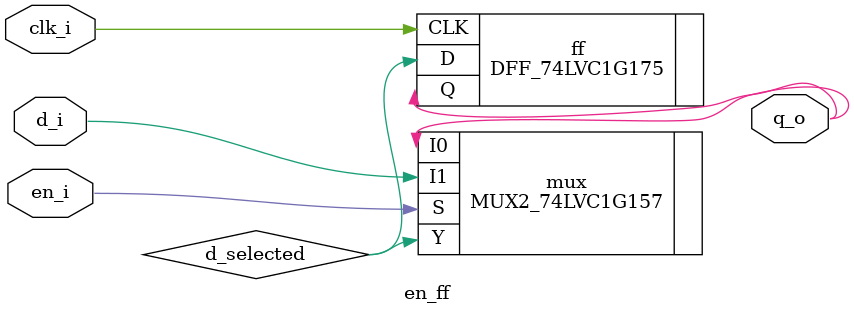
<source format=v>

module en_ff (
  input  en_i,
  input  clk_i,
  input  d_i,
  output q_o
);
  wire d_selected;

  MUX2_74LVC1G157 mux (
    .I0 ( q_o        ),
    .I1 ( d_i        ),
    .S  ( en_i       ),
    .Y  ( d_selected )
  );

  DFF_74LVC1G175 ff (
    .CLK ( clk_i      ),
    .D   ( d_selected ),
    .Q   ( q_o        )
  );
endmodule

</source>
